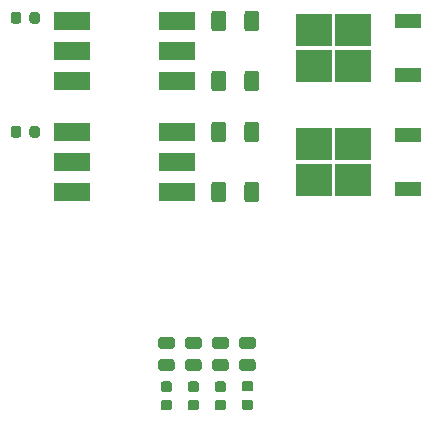
<source format=gbr>
G04 #@! TF.GenerationSoftware,KiCad,Pcbnew,5.1.5+dfsg1-2build2*
G04 #@! TF.CreationDate,2020-08-23T11:23:10+01:00*
G04 #@! TF.ProjectId,psoc6_beacon_gateway,70736f63-365f-4626-9561-636f6e5f6761,rev?*
G04 #@! TF.SameCoordinates,Original*
G04 #@! TF.FileFunction,Paste,Top*
G04 #@! TF.FilePolarity,Positive*
%FSLAX46Y46*%
G04 Gerber Fmt 4.6, Leading zero omitted, Abs format (unit mm)*
G04 Created by KiCad (PCBNEW 5.1.5+dfsg1-2build2) date 2020-08-23 11:23:10*
%MOMM*%
%LPD*%
G04 APERTURE LIST*
%ADD10R,3.050000X2.750000*%
%ADD11R,2.200000X1.200000*%
%ADD12R,3.100000X1.600000*%
%ADD13C,0.100000*%
G04 APERTURE END LIST*
D10*
X-39033000Y-2285000D03*
X-42383000Y-5335000D03*
X-39033000Y-5335000D03*
X-42383000Y-2285000D03*
D11*
X-34408000Y-1530000D03*
X-34408000Y-6090000D03*
D10*
X-39033000Y-11936000D03*
X-42383000Y-14986000D03*
X-39033000Y-14986000D03*
X-42383000Y-11936000D03*
D11*
X-34408000Y-11181000D03*
X-34408000Y-15741000D03*
D12*
X-53975000Y-1524000D03*
X-62865000Y-6604000D03*
X-53975000Y-4064000D03*
X-62865000Y-4064000D03*
X-53975000Y-6604000D03*
X-62865000Y-1524000D03*
X-53975000Y-10922000D03*
X-62865000Y-16002000D03*
X-53975000Y-13462000D03*
X-62865000Y-13462000D03*
X-53975000Y-16002000D03*
X-62865000Y-10922000D03*
D13*
G36*
X-50022496Y-5730204D02*
G01*
X-49998227Y-5733804D01*
X-49974429Y-5739765D01*
X-49951329Y-5748030D01*
X-49929151Y-5758520D01*
X-49908107Y-5771133D01*
X-49888402Y-5785747D01*
X-49870223Y-5802223D01*
X-49853747Y-5820402D01*
X-49839133Y-5840107D01*
X-49826520Y-5861151D01*
X-49816030Y-5883329D01*
X-49807765Y-5906429D01*
X-49801804Y-5930227D01*
X-49798204Y-5954496D01*
X-49797000Y-5979000D01*
X-49797000Y-7229000D01*
X-49798204Y-7253504D01*
X-49801804Y-7277773D01*
X-49807765Y-7301571D01*
X-49816030Y-7324671D01*
X-49826520Y-7346849D01*
X-49839133Y-7367893D01*
X-49853747Y-7387598D01*
X-49870223Y-7405777D01*
X-49888402Y-7422253D01*
X-49908107Y-7436867D01*
X-49929151Y-7449480D01*
X-49951329Y-7459970D01*
X-49974429Y-7468235D01*
X-49998227Y-7474196D01*
X-50022496Y-7477796D01*
X-50047000Y-7479000D01*
X-50797000Y-7479000D01*
X-50821504Y-7477796D01*
X-50845773Y-7474196D01*
X-50869571Y-7468235D01*
X-50892671Y-7459970D01*
X-50914849Y-7449480D01*
X-50935893Y-7436867D01*
X-50955598Y-7422253D01*
X-50973777Y-7405777D01*
X-50990253Y-7387598D01*
X-51004867Y-7367893D01*
X-51017480Y-7346849D01*
X-51027970Y-7324671D01*
X-51036235Y-7301571D01*
X-51042196Y-7277773D01*
X-51045796Y-7253504D01*
X-51047000Y-7229000D01*
X-51047000Y-5979000D01*
X-51045796Y-5954496D01*
X-51042196Y-5930227D01*
X-51036235Y-5906429D01*
X-51027970Y-5883329D01*
X-51017480Y-5861151D01*
X-51004867Y-5840107D01*
X-50990253Y-5820402D01*
X-50973777Y-5802223D01*
X-50955598Y-5785747D01*
X-50935893Y-5771133D01*
X-50914849Y-5758520D01*
X-50892671Y-5748030D01*
X-50869571Y-5739765D01*
X-50845773Y-5733804D01*
X-50821504Y-5730204D01*
X-50797000Y-5729000D01*
X-50047000Y-5729000D01*
X-50022496Y-5730204D01*
G37*
G36*
X-47222496Y-5730204D02*
G01*
X-47198227Y-5733804D01*
X-47174429Y-5739765D01*
X-47151329Y-5748030D01*
X-47129151Y-5758520D01*
X-47108107Y-5771133D01*
X-47088402Y-5785747D01*
X-47070223Y-5802223D01*
X-47053747Y-5820402D01*
X-47039133Y-5840107D01*
X-47026520Y-5861151D01*
X-47016030Y-5883329D01*
X-47007765Y-5906429D01*
X-47001804Y-5930227D01*
X-46998204Y-5954496D01*
X-46997000Y-5979000D01*
X-46997000Y-7229000D01*
X-46998204Y-7253504D01*
X-47001804Y-7277773D01*
X-47007765Y-7301571D01*
X-47016030Y-7324671D01*
X-47026520Y-7346849D01*
X-47039133Y-7367893D01*
X-47053747Y-7387598D01*
X-47070223Y-7405777D01*
X-47088402Y-7422253D01*
X-47108107Y-7436867D01*
X-47129151Y-7449480D01*
X-47151329Y-7459970D01*
X-47174429Y-7468235D01*
X-47198227Y-7474196D01*
X-47222496Y-7477796D01*
X-47247000Y-7479000D01*
X-47997000Y-7479000D01*
X-48021504Y-7477796D01*
X-48045773Y-7474196D01*
X-48069571Y-7468235D01*
X-48092671Y-7459970D01*
X-48114849Y-7449480D01*
X-48135893Y-7436867D01*
X-48155598Y-7422253D01*
X-48173777Y-7405777D01*
X-48190253Y-7387598D01*
X-48204867Y-7367893D01*
X-48217480Y-7346849D01*
X-48227970Y-7324671D01*
X-48236235Y-7301571D01*
X-48242196Y-7277773D01*
X-48245796Y-7253504D01*
X-48247000Y-7229000D01*
X-48247000Y-5979000D01*
X-48245796Y-5954496D01*
X-48242196Y-5930227D01*
X-48236235Y-5906429D01*
X-48227970Y-5883329D01*
X-48217480Y-5861151D01*
X-48204867Y-5840107D01*
X-48190253Y-5820402D01*
X-48173777Y-5802223D01*
X-48155598Y-5785747D01*
X-48135893Y-5771133D01*
X-48114849Y-5758520D01*
X-48092671Y-5748030D01*
X-48069571Y-5739765D01*
X-48045773Y-5733804D01*
X-48021504Y-5730204D01*
X-47997000Y-5729000D01*
X-47247000Y-5729000D01*
X-47222496Y-5730204D01*
G37*
G36*
X-50022496Y-650204D02*
G01*
X-49998227Y-653804D01*
X-49974429Y-659765D01*
X-49951329Y-668030D01*
X-49929151Y-678520D01*
X-49908107Y-691133D01*
X-49888402Y-705747D01*
X-49870223Y-722223D01*
X-49853747Y-740402D01*
X-49839133Y-760107D01*
X-49826520Y-781151D01*
X-49816030Y-803329D01*
X-49807765Y-826429D01*
X-49801804Y-850227D01*
X-49798204Y-874496D01*
X-49797000Y-899000D01*
X-49797000Y-2149000D01*
X-49798204Y-2173504D01*
X-49801804Y-2197773D01*
X-49807765Y-2221571D01*
X-49816030Y-2244671D01*
X-49826520Y-2266849D01*
X-49839133Y-2287893D01*
X-49853747Y-2307598D01*
X-49870223Y-2325777D01*
X-49888402Y-2342253D01*
X-49908107Y-2356867D01*
X-49929151Y-2369480D01*
X-49951329Y-2379970D01*
X-49974429Y-2388235D01*
X-49998227Y-2394196D01*
X-50022496Y-2397796D01*
X-50047000Y-2399000D01*
X-50797000Y-2399000D01*
X-50821504Y-2397796D01*
X-50845773Y-2394196D01*
X-50869571Y-2388235D01*
X-50892671Y-2379970D01*
X-50914849Y-2369480D01*
X-50935893Y-2356867D01*
X-50955598Y-2342253D01*
X-50973777Y-2325777D01*
X-50990253Y-2307598D01*
X-51004867Y-2287893D01*
X-51017480Y-2266849D01*
X-51027970Y-2244671D01*
X-51036235Y-2221571D01*
X-51042196Y-2197773D01*
X-51045796Y-2173504D01*
X-51047000Y-2149000D01*
X-51047000Y-899000D01*
X-51045796Y-874496D01*
X-51042196Y-850227D01*
X-51036235Y-826429D01*
X-51027970Y-803329D01*
X-51017480Y-781151D01*
X-51004867Y-760107D01*
X-50990253Y-740402D01*
X-50973777Y-722223D01*
X-50955598Y-705747D01*
X-50935893Y-691133D01*
X-50914849Y-678520D01*
X-50892671Y-668030D01*
X-50869571Y-659765D01*
X-50845773Y-653804D01*
X-50821504Y-650204D01*
X-50797000Y-649000D01*
X-50047000Y-649000D01*
X-50022496Y-650204D01*
G37*
G36*
X-47222496Y-650204D02*
G01*
X-47198227Y-653804D01*
X-47174429Y-659765D01*
X-47151329Y-668030D01*
X-47129151Y-678520D01*
X-47108107Y-691133D01*
X-47088402Y-705747D01*
X-47070223Y-722223D01*
X-47053747Y-740402D01*
X-47039133Y-760107D01*
X-47026520Y-781151D01*
X-47016030Y-803329D01*
X-47007765Y-826429D01*
X-47001804Y-850227D01*
X-46998204Y-874496D01*
X-46997000Y-899000D01*
X-46997000Y-2149000D01*
X-46998204Y-2173504D01*
X-47001804Y-2197773D01*
X-47007765Y-2221571D01*
X-47016030Y-2244671D01*
X-47026520Y-2266849D01*
X-47039133Y-2287893D01*
X-47053747Y-2307598D01*
X-47070223Y-2325777D01*
X-47088402Y-2342253D01*
X-47108107Y-2356867D01*
X-47129151Y-2369480D01*
X-47151329Y-2379970D01*
X-47174429Y-2388235D01*
X-47198227Y-2394196D01*
X-47222496Y-2397796D01*
X-47247000Y-2399000D01*
X-47997000Y-2399000D01*
X-48021504Y-2397796D01*
X-48045773Y-2394196D01*
X-48069571Y-2388235D01*
X-48092671Y-2379970D01*
X-48114849Y-2369480D01*
X-48135893Y-2356867D01*
X-48155598Y-2342253D01*
X-48173777Y-2325777D01*
X-48190253Y-2307598D01*
X-48204867Y-2287893D01*
X-48217480Y-2266849D01*
X-48227970Y-2244671D01*
X-48236235Y-2221571D01*
X-48242196Y-2197773D01*
X-48245796Y-2173504D01*
X-48247000Y-2149000D01*
X-48247000Y-899000D01*
X-48245796Y-874496D01*
X-48242196Y-850227D01*
X-48236235Y-826429D01*
X-48227970Y-803329D01*
X-48217480Y-781151D01*
X-48204867Y-760107D01*
X-48190253Y-740402D01*
X-48173777Y-722223D01*
X-48155598Y-705747D01*
X-48135893Y-691133D01*
X-48114849Y-678520D01*
X-48092671Y-668030D01*
X-48069571Y-659765D01*
X-48045773Y-653804D01*
X-48021504Y-650204D01*
X-47997000Y-649000D01*
X-47247000Y-649000D01*
X-47222496Y-650204D01*
G37*
G36*
X-50022496Y-15128204D02*
G01*
X-49998227Y-15131804D01*
X-49974429Y-15137765D01*
X-49951329Y-15146030D01*
X-49929151Y-15156520D01*
X-49908107Y-15169133D01*
X-49888402Y-15183747D01*
X-49870223Y-15200223D01*
X-49853747Y-15218402D01*
X-49839133Y-15238107D01*
X-49826520Y-15259151D01*
X-49816030Y-15281329D01*
X-49807765Y-15304429D01*
X-49801804Y-15328227D01*
X-49798204Y-15352496D01*
X-49797000Y-15377000D01*
X-49797000Y-16627000D01*
X-49798204Y-16651504D01*
X-49801804Y-16675773D01*
X-49807765Y-16699571D01*
X-49816030Y-16722671D01*
X-49826520Y-16744849D01*
X-49839133Y-16765893D01*
X-49853747Y-16785598D01*
X-49870223Y-16803777D01*
X-49888402Y-16820253D01*
X-49908107Y-16834867D01*
X-49929151Y-16847480D01*
X-49951329Y-16857970D01*
X-49974429Y-16866235D01*
X-49998227Y-16872196D01*
X-50022496Y-16875796D01*
X-50047000Y-16877000D01*
X-50797000Y-16877000D01*
X-50821504Y-16875796D01*
X-50845773Y-16872196D01*
X-50869571Y-16866235D01*
X-50892671Y-16857970D01*
X-50914849Y-16847480D01*
X-50935893Y-16834867D01*
X-50955598Y-16820253D01*
X-50973777Y-16803777D01*
X-50990253Y-16785598D01*
X-51004867Y-16765893D01*
X-51017480Y-16744849D01*
X-51027970Y-16722671D01*
X-51036235Y-16699571D01*
X-51042196Y-16675773D01*
X-51045796Y-16651504D01*
X-51047000Y-16627000D01*
X-51047000Y-15377000D01*
X-51045796Y-15352496D01*
X-51042196Y-15328227D01*
X-51036235Y-15304429D01*
X-51027970Y-15281329D01*
X-51017480Y-15259151D01*
X-51004867Y-15238107D01*
X-50990253Y-15218402D01*
X-50973777Y-15200223D01*
X-50955598Y-15183747D01*
X-50935893Y-15169133D01*
X-50914849Y-15156520D01*
X-50892671Y-15146030D01*
X-50869571Y-15137765D01*
X-50845773Y-15131804D01*
X-50821504Y-15128204D01*
X-50797000Y-15127000D01*
X-50047000Y-15127000D01*
X-50022496Y-15128204D01*
G37*
G36*
X-47222496Y-15128204D02*
G01*
X-47198227Y-15131804D01*
X-47174429Y-15137765D01*
X-47151329Y-15146030D01*
X-47129151Y-15156520D01*
X-47108107Y-15169133D01*
X-47088402Y-15183747D01*
X-47070223Y-15200223D01*
X-47053747Y-15218402D01*
X-47039133Y-15238107D01*
X-47026520Y-15259151D01*
X-47016030Y-15281329D01*
X-47007765Y-15304429D01*
X-47001804Y-15328227D01*
X-46998204Y-15352496D01*
X-46997000Y-15377000D01*
X-46997000Y-16627000D01*
X-46998204Y-16651504D01*
X-47001804Y-16675773D01*
X-47007765Y-16699571D01*
X-47016030Y-16722671D01*
X-47026520Y-16744849D01*
X-47039133Y-16765893D01*
X-47053747Y-16785598D01*
X-47070223Y-16803777D01*
X-47088402Y-16820253D01*
X-47108107Y-16834867D01*
X-47129151Y-16847480D01*
X-47151329Y-16857970D01*
X-47174429Y-16866235D01*
X-47198227Y-16872196D01*
X-47222496Y-16875796D01*
X-47247000Y-16877000D01*
X-47997000Y-16877000D01*
X-48021504Y-16875796D01*
X-48045773Y-16872196D01*
X-48069571Y-16866235D01*
X-48092671Y-16857970D01*
X-48114849Y-16847480D01*
X-48135893Y-16834867D01*
X-48155598Y-16820253D01*
X-48173777Y-16803777D01*
X-48190253Y-16785598D01*
X-48204867Y-16765893D01*
X-48217480Y-16744849D01*
X-48227970Y-16722671D01*
X-48236235Y-16699571D01*
X-48242196Y-16675773D01*
X-48245796Y-16651504D01*
X-48247000Y-16627000D01*
X-48247000Y-15377000D01*
X-48245796Y-15352496D01*
X-48242196Y-15328227D01*
X-48236235Y-15304429D01*
X-48227970Y-15281329D01*
X-48217480Y-15259151D01*
X-48204867Y-15238107D01*
X-48190253Y-15218402D01*
X-48173777Y-15200223D01*
X-48155598Y-15183747D01*
X-48135893Y-15169133D01*
X-48114849Y-15156520D01*
X-48092671Y-15146030D01*
X-48069571Y-15137765D01*
X-48045773Y-15131804D01*
X-48021504Y-15128204D01*
X-47997000Y-15127000D01*
X-47247000Y-15127000D01*
X-47222496Y-15128204D01*
G37*
G36*
X-50022496Y-10048204D02*
G01*
X-49998227Y-10051804D01*
X-49974429Y-10057765D01*
X-49951329Y-10066030D01*
X-49929151Y-10076520D01*
X-49908107Y-10089133D01*
X-49888402Y-10103747D01*
X-49870223Y-10120223D01*
X-49853747Y-10138402D01*
X-49839133Y-10158107D01*
X-49826520Y-10179151D01*
X-49816030Y-10201329D01*
X-49807765Y-10224429D01*
X-49801804Y-10248227D01*
X-49798204Y-10272496D01*
X-49797000Y-10297000D01*
X-49797000Y-11547000D01*
X-49798204Y-11571504D01*
X-49801804Y-11595773D01*
X-49807765Y-11619571D01*
X-49816030Y-11642671D01*
X-49826520Y-11664849D01*
X-49839133Y-11685893D01*
X-49853747Y-11705598D01*
X-49870223Y-11723777D01*
X-49888402Y-11740253D01*
X-49908107Y-11754867D01*
X-49929151Y-11767480D01*
X-49951329Y-11777970D01*
X-49974429Y-11786235D01*
X-49998227Y-11792196D01*
X-50022496Y-11795796D01*
X-50047000Y-11797000D01*
X-50797000Y-11797000D01*
X-50821504Y-11795796D01*
X-50845773Y-11792196D01*
X-50869571Y-11786235D01*
X-50892671Y-11777970D01*
X-50914849Y-11767480D01*
X-50935893Y-11754867D01*
X-50955598Y-11740253D01*
X-50973777Y-11723777D01*
X-50990253Y-11705598D01*
X-51004867Y-11685893D01*
X-51017480Y-11664849D01*
X-51027970Y-11642671D01*
X-51036235Y-11619571D01*
X-51042196Y-11595773D01*
X-51045796Y-11571504D01*
X-51047000Y-11547000D01*
X-51047000Y-10297000D01*
X-51045796Y-10272496D01*
X-51042196Y-10248227D01*
X-51036235Y-10224429D01*
X-51027970Y-10201329D01*
X-51017480Y-10179151D01*
X-51004867Y-10158107D01*
X-50990253Y-10138402D01*
X-50973777Y-10120223D01*
X-50955598Y-10103747D01*
X-50935893Y-10089133D01*
X-50914849Y-10076520D01*
X-50892671Y-10066030D01*
X-50869571Y-10057765D01*
X-50845773Y-10051804D01*
X-50821504Y-10048204D01*
X-50797000Y-10047000D01*
X-50047000Y-10047000D01*
X-50022496Y-10048204D01*
G37*
G36*
X-47222496Y-10048204D02*
G01*
X-47198227Y-10051804D01*
X-47174429Y-10057765D01*
X-47151329Y-10066030D01*
X-47129151Y-10076520D01*
X-47108107Y-10089133D01*
X-47088402Y-10103747D01*
X-47070223Y-10120223D01*
X-47053747Y-10138402D01*
X-47039133Y-10158107D01*
X-47026520Y-10179151D01*
X-47016030Y-10201329D01*
X-47007765Y-10224429D01*
X-47001804Y-10248227D01*
X-46998204Y-10272496D01*
X-46997000Y-10297000D01*
X-46997000Y-11547000D01*
X-46998204Y-11571504D01*
X-47001804Y-11595773D01*
X-47007765Y-11619571D01*
X-47016030Y-11642671D01*
X-47026520Y-11664849D01*
X-47039133Y-11685893D01*
X-47053747Y-11705598D01*
X-47070223Y-11723777D01*
X-47088402Y-11740253D01*
X-47108107Y-11754867D01*
X-47129151Y-11767480D01*
X-47151329Y-11777970D01*
X-47174429Y-11786235D01*
X-47198227Y-11792196D01*
X-47222496Y-11795796D01*
X-47247000Y-11797000D01*
X-47997000Y-11797000D01*
X-48021504Y-11795796D01*
X-48045773Y-11792196D01*
X-48069571Y-11786235D01*
X-48092671Y-11777970D01*
X-48114849Y-11767480D01*
X-48135893Y-11754867D01*
X-48155598Y-11740253D01*
X-48173777Y-11723777D01*
X-48190253Y-11705598D01*
X-48204867Y-11685893D01*
X-48217480Y-11664849D01*
X-48227970Y-11642671D01*
X-48236235Y-11619571D01*
X-48242196Y-11595773D01*
X-48245796Y-11571504D01*
X-48247000Y-11547000D01*
X-48247000Y-10297000D01*
X-48245796Y-10272496D01*
X-48242196Y-10248227D01*
X-48236235Y-10224429D01*
X-48227970Y-10201329D01*
X-48217480Y-10179151D01*
X-48204867Y-10158107D01*
X-48190253Y-10138402D01*
X-48173777Y-10120223D01*
X-48155598Y-10103747D01*
X-48135893Y-10089133D01*
X-48114849Y-10076520D01*
X-48092671Y-10066030D01*
X-48069571Y-10057765D01*
X-48045773Y-10051804D01*
X-48021504Y-10048204D01*
X-47997000Y-10047000D01*
X-47247000Y-10047000D01*
X-47222496Y-10048204D01*
G37*
G36*
X-67349309Y-796053D02*
G01*
X-67328074Y-799203D01*
X-67307250Y-804419D01*
X-67287038Y-811651D01*
X-67267632Y-820830D01*
X-67249219Y-831866D01*
X-67231976Y-844654D01*
X-67216070Y-859070D01*
X-67201654Y-874976D01*
X-67188866Y-892219D01*
X-67177830Y-910632D01*
X-67168651Y-930038D01*
X-67161419Y-950250D01*
X-67156203Y-971074D01*
X-67153053Y-992309D01*
X-67152000Y-1013750D01*
X-67152000Y-1526250D01*
X-67153053Y-1547691D01*
X-67156203Y-1568926D01*
X-67161419Y-1589750D01*
X-67168651Y-1609962D01*
X-67177830Y-1629368D01*
X-67188866Y-1647781D01*
X-67201654Y-1665024D01*
X-67216070Y-1680930D01*
X-67231976Y-1695346D01*
X-67249219Y-1708134D01*
X-67267632Y-1719170D01*
X-67287038Y-1728349D01*
X-67307250Y-1735581D01*
X-67328074Y-1740797D01*
X-67349309Y-1743947D01*
X-67370750Y-1745000D01*
X-67808250Y-1745000D01*
X-67829691Y-1743947D01*
X-67850926Y-1740797D01*
X-67871750Y-1735581D01*
X-67891962Y-1728349D01*
X-67911368Y-1719170D01*
X-67929781Y-1708134D01*
X-67947024Y-1695346D01*
X-67962930Y-1680930D01*
X-67977346Y-1665024D01*
X-67990134Y-1647781D01*
X-68001170Y-1629368D01*
X-68010349Y-1609962D01*
X-68017581Y-1589750D01*
X-68022797Y-1568926D01*
X-68025947Y-1547691D01*
X-68027000Y-1526250D01*
X-68027000Y-1013750D01*
X-68025947Y-992309D01*
X-68022797Y-971074D01*
X-68017581Y-950250D01*
X-68010349Y-930038D01*
X-68001170Y-910632D01*
X-67990134Y-892219D01*
X-67977346Y-874976D01*
X-67962930Y-859070D01*
X-67947024Y-844654D01*
X-67929781Y-831866D01*
X-67911368Y-820830D01*
X-67891962Y-811651D01*
X-67871750Y-804419D01*
X-67850926Y-799203D01*
X-67829691Y-796053D01*
X-67808250Y-795000D01*
X-67370750Y-795000D01*
X-67349309Y-796053D01*
G37*
G36*
X-65774309Y-796053D02*
G01*
X-65753074Y-799203D01*
X-65732250Y-804419D01*
X-65712038Y-811651D01*
X-65692632Y-820830D01*
X-65674219Y-831866D01*
X-65656976Y-844654D01*
X-65641070Y-859070D01*
X-65626654Y-874976D01*
X-65613866Y-892219D01*
X-65602830Y-910632D01*
X-65593651Y-930038D01*
X-65586419Y-950250D01*
X-65581203Y-971074D01*
X-65578053Y-992309D01*
X-65577000Y-1013750D01*
X-65577000Y-1526250D01*
X-65578053Y-1547691D01*
X-65581203Y-1568926D01*
X-65586419Y-1589750D01*
X-65593651Y-1609962D01*
X-65602830Y-1629368D01*
X-65613866Y-1647781D01*
X-65626654Y-1665024D01*
X-65641070Y-1680930D01*
X-65656976Y-1695346D01*
X-65674219Y-1708134D01*
X-65692632Y-1719170D01*
X-65712038Y-1728349D01*
X-65732250Y-1735581D01*
X-65753074Y-1740797D01*
X-65774309Y-1743947D01*
X-65795750Y-1745000D01*
X-66233250Y-1745000D01*
X-66254691Y-1743947D01*
X-66275926Y-1740797D01*
X-66296750Y-1735581D01*
X-66316962Y-1728349D01*
X-66336368Y-1719170D01*
X-66354781Y-1708134D01*
X-66372024Y-1695346D01*
X-66387930Y-1680930D01*
X-66402346Y-1665024D01*
X-66415134Y-1647781D01*
X-66426170Y-1629368D01*
X-66435349Y-1609962D01*
X-66442581Y-1589750D01*
X-66447797Y-1568926D01*
X-66450947Y-1547691D01*
X-66452000Y-1526250D01*
X-66452000Y-1013750D01*
X-66450947Y-992309D01*
X-66447797Y-971074D01*
X-66442581Y-950250D01*
X-66435349Y-930038D01*
X-66426170Y-910632D01*
X-66415134Y-892219D01*
X-66402346Y-874976D01*
X-66387930Y-859070D01*
X-66372024Y-844654D01*
X-66354781Y-831866D01*
X-66336368Y-820830D01*
X-66316962Y-811651D01*
X-66296750Y-804419D01*
X-66275926Y-799203D01*
X-66254691Y-796053D01*
X-66233250Y-795000D01*
X-65795750Y-795000D01*
X-65774309Y-796053D01*
G37*
G36*
X-67349309Y-10448053D02*
G01*
X-67328074Y-10451203D01*
X-67307250Y-10456419D01*
X-67287038Y-10463651D01*
X-67267632Y-10472830D01*
X-67249219Y-10483866D01*
X-67231976Y-10496654D01*
X-67216070Y-10511070D01*
X-67201654Y-10526976D01*
X-67188866Y-10544219D01*
X-67177830Y-10562632D01*
X-67168651Y-10582038D01*
X-67161419Y-10602250D01*
X-67156203Y-10623074D01*
X-67153053Y-10644309D01*
X-67152000Y-10665750D01*
X-67152000Y-11178250D01*
X-67153053Y-11199691D01*
X-67156203Y-11220926D01*
X-67161419Y-11241750D01*
X-67168651Y-11261962D01*
X-67177830Y-11281368D01*
X-67188866Y-11299781D01*
X-67201654Y-11317024D01*
X-67216070Y-11332930D01*
X-67231976Y-11347346D01*
X-67249219Y-11360134D01*
X-67267632Y-11371170D01*
X-67287038Y-11380349D01*
X-67307250Y-11387581D01*
X-67328074Y-11392797D01*
X-67349309Y-11395947D01*
X-67370750Y-11397000D01*
X-67808250Y-11397000D01*
X-67829691Y-11395947D01*
X-67850926Y-11392797D01*
X-67871750Y-11387581D01*
X-67891962Y-11380349D01*
X-67911368Y-11371170D01*
X-67929781Y-11360134D01*
X-67947024Y-11347346D01*
X-67962930Y-11332930D01*
X-67977346Y-11317024D01*
X-67990134Y-11299781D01*
X-68001170Y-11281368D01*
X-68010349Y-11261962D01*
X-68017581Y-11241750D01*
X-68022797Y-11220926D01*
X-68025947Y-11199691D01*
X-68027000Y-11178250D01*
X-68027000Y-10665750D01*
X-68025947Y-10644309D01*
X-68022797Y-10623074D01*
X-68017581Y-10602250D01*
X-68010349Y-10582038D01*
X-68001170Y-10562632D01*
X-67990134Y-10544219D01*
X-67977346Y-10526976D01*
X-67962930Y-10511070D01*
X-67947024Y-10496654D01*
X-67929781Y-10483866D01*
X-67911368Y-10472830D01*
X-67891962Y-10463651D01*
X-67871750Y-10456419D01*
X-67850926Y-10451203D01*
X-67829691Y-10448053D01*
X-67808250Y-10447000D01*
X-67370750Y-10447000D01*
X-67349309Y-10448053D01*
G37*
G36*
X-65774309Y-10448053D02*
G01*
X-65753074Y-10451203D01*
X-65732250Y-10456419D01*
X-65712038Y-10463651D01*
X-65692632Y-10472830D01*
X-65674219Y-10483866D01*
X-65656976Y-10496654D01*
X-65641070Y-10511070D01*
X-65626654Y-10526976D01*
X-65613866Y-10544219D01*
X-65602830Y-10562632D01*
X-65593651Y-10582038D01*
X-65586419Y-10602250D01*
X-65581203Y-10623074D01*
X-65578053Y-10644309D01*
X-65577000Y-10665750D01*
X-65577000Y-11178250D01*
X-65578053Y-11199691D01*
X-65581203Y-11220926D01*
X-65586419Y-11241750D01*
X-65593651Y-11261962D01*
X-65602830Y-11281368D01*
X-65613866Y-11299781D01*
X-65626654Y-11317024D01*
X-65641070Y-11332930D01*
X-65656976Y-11347346D01*
X-65674219Y-11360134D01*
X-65692632Y-11371170D01*
X-65712038Y-11380349D01*
X-65732250Y-11387581D01*
X-65753074Y-11392797D01*
X-65774309Y-11395947D01*
X-65795750Y-11397000D01*
X-66233250Y-11397000D01*
X-66254691Y-11395947D01*
X-66275926Y-11392797D01*
X-66296750Y-11387581D01*
X-66316962Y-11380349D01*
X-66336368Y-11371170D01*
X-66354781Y-11360134D01*
X-66372024Y-11347346D01*
X-66387930Y-11332930D01*
X-66402346Y-11317024D01*
X-66415134Y-11299781D01*
X-66426170Y-11281368D01*
X-66435349Y-11261962D01*
X-66442581Y-11241750D01*
X-66447797Y-11220926D01*
X-66450947Y-11199691D01*
X-66452000Y-11178250D01*
X-66452000Y-10665750D01*
X-66450947Y-10644309D01*
X-66447797Y-10623074D01*
X-66442581Y-10602250D01*
X-66435349Y-10582038D01*
X-66426170Y-10562632D01*
X-66415134Y-10544219D01*
X-66402346Y-10526976D01*
X-66387930Y-10511070D01*
X-66372024Y-10496654D01*
X-66354781Y-10483866D01*
X-66336368Y-10472830D01*
X-66316962Y-10463651D01*
X-66296750Y-10456419D01*
X-66275926Y-10451203D01*
X-66254691Y-10448053D01*
X-66233250Y-10447000D01*
X-65795750Y-10447000D01*
X-65774309Y-10448053D01*
G37*
G36*
X-54586309Y-33625053D02*
G01*
X-54565074Y-33628203D01*
X-54544250Y-33633419D01*
X-54524038Y-33640651D01*
X-54504632Y-33649830D01*
X-54486219Y-33660866D01*
X-54468976Y-33673654D01*
X-54453070Y-33688070D01*
X-54438654Y-33703976D01*
X-54425866Y-33721219D01*
X-54414830Y-33739632D01*
X-54405651Y-33759038D01*
X-54398419Y-33779250D01*
X-54393203Y-33800074D01*
X-54390053Y-33821309D01*
X-54389000Y-33842750D01*
X-54389000Y-34280250D01*
X-54390053Y-34301691D01*
X-54393203Y-34322926D01*
X-54398419Y-34343750D01*
X-54405651Y-34363962D01*
X-54414830Y-34383368D01*
X-54425866Y-34401781D01*
X-54438654Y-34419024D01*
X-54453070Y-34434930D01*
X-54468976Y-34449346D01*
X-54486219Y-34462134D01*
X-54504632Y-34473170D01*
X-54524038Y-34482349D01*
X-54544250Y-34489581D01*
X-54565074Y-34494797D01*
X-54586309Y-34497947D01*
X-54607750Y-34499000D01*
X-55120250Y-34499000D01*
X-55141691Y-34497947D01*
X-55162926Y-34494797D01*
X-55183750Y-34489581D01*
X-55203962Y-34482349D01*
X-55223368Y-34473170D01*
X-55241781Y-34462134D01*
X-55259024Y-34449346D01*
X-55274930Y-34434930D01*
X-55289346Y-34419024D01*
X-55302134Y-34401781D01*
X-55313170Y-34383368D01*
X-55322349Y-34363962D01*
X-55329581Y-34343750D01*
X-55334797Y-34322926D01*
X-55337947Y-34301691D01*
X-55339000Y-34280250D01*
X-55339000Y-33842750D01*
X-55337947Y-33821309D01*
X-55334797Y-33800074D01*
X-55329581Y-33779250D01*
X-55322349Y-33759038D01*
X-55313170Y-33739632D01*
X-55302134Y-33721219D01*
X-55289346Y-33703976D01*
X-55274930Y-33688070D01*
X-55259024Y-33673654D01*
X-55241781Y-33660866D01*
X-55223368Y-33649830D01*
X-55203962Y-33640651D01*
X-55183750Y-33633419D01*
X-55162926Y-33628203D01*
X-55141691Y-33625053D01*
X-55120250Y-33624000D01*
X-54607750Y-33624000D01*
X-54586309Y-33625053D01*
G37*
G36*
X-54586309Y-32050053D02*
G01*
X-54565074Y-32053203D01*
X-54544250Y-32058419D01*
X-54524038Y-32065651D01*
X-54504632Y-32074830D01*
X-54486219Y-32085866D01*
X-54468976Y-32098654D01*
X-54453070Y-32113070D01*
X-54438654Y-32128976D01*
X-54425866Y-32146219D01*
X-54414830Y-32164632D01*
X-54405651Y-32184038D01*
X-54398419Y-32204250D01*
X-54393203Y-32225074D01*
X-54390053Y-32246309D01*
X-54389000Y-32267750D01*
X-54389000Y-32705250D01*
X-54390053Y-32726691D01*
X-54393203Y-32747926D01*
X-54398419Y-32768750D01*
X-54405651Y-32788962D01*
X-54414830Y-32808368D01*
X-54425866Y-32826781D01*
X-54438654Y-32844024D01*
X-54453070Y-32859930D01*
X-54468976Y-32874346D01*
X-54486219Y-32887134D01*
X-54504632Y-32898170D01*
X-54524038Y-32907349D01*
X-54544250Y-32914581D01*
X-54565074Y-32919797D01*
X-54586309Y-32922947D01*
X-54607750Y-32924000D01*
X-55120250Y-32924000D01*
X-55141691Y-32922947D01*
X-55162926Y-32919797D01*
X-55183750Y-32914581D01*
X-55203962Y-32907349D01*
X-55223368Y-32898170D01*
X-55241781Y-32887134D01*
X-55259024Y-32874346D01*
X-55274930Y-32859930D01*
X-55289346Y-32844024D01*
X-55302134Y-32826781D01*
X-55313170Y-32808368D01*
X-55322349Y-32788962D01*
X-55329581Y-32768750D01*
X-55334797Y-32747926D01*
X-55337947Y-32726691D01*
X-55339000Y-32705250D01*
X-55339000Y-32267750D01*
X-55337947Y-32246309D01*
X-55334797Y-32225074D01*
X-55329581Y-32204250D01*
X-55322349Y-32184038D01*
X-55313170Y-32164632D01*
X-55302134Y-32146219D01*
X-55289346Y-32128976D01*
X-55274930Y-32113070D01*
X-55259024Y-32098654D01*
X-55241781Y-32085866D01*
X-55223368Y-32074830D01*
X-55203962Y-32065651D01*
X-55183750Y-32058419D01*
X-55162926Y-32053203D01*
X-55141691Y-32050053D01*
X-55120250Y-32049000D01*
X-54607750Y-32049000D01*
X-54586309Y-32050053D01*
G37*
G36*
X-52300309Y-33625053D02*
G01*
X-52279074Y-33628203D01*
X-52258250Y-33633419D01*
X-52238038Y-33640651D01*
X-52218632Y-33649830D01*
X-52200219Y-33660866D01*
X-52182976Y-33673654D01*
X-52167070Y-33688070D01*
X-52152654Y-33703976D01*
X-52139866Y-33721219D01*
X-52128830Y-33739632D01*
X-52119651Y-33759038D01*
X-52112419Y-33779250D01*
X-52107203Y-33800074D01*
X-52104053Y-33821309D01*
X-52103000Y-33842750D01*
X-52103000Y-34280250D01*
X-52104053Y-34301691D01*
X-52107203Y-34322926D01*
X-52112419Y-34343750D01*
X-52119651Y-34363962D01*
X-52128830Y-34383368D01*
X-52139866Y-34401781D01*
X-52152654Y-34419024D01*
X-52167070Y-34434930D01*
X-52182976Y-34449346D01*
X-52200219Y-34462134D01*
X-52218632Y-34473170D01*
X-52238038Y-34482349D01*
X-52258250Y-34489581D01*
X-52279074Y-34494797D01*
X-52300309Y-34497947D01*
X-52321750Y-34499000D01*
X-52834250Y-34499000D01*
X-52855691Y-34497947D01*
X-52876926Y-34494797D01*
X-52897750Y-34489581D01*
X-52917962Y-34482349D01*
X-52937368Y-34473170D01*
X-52955781Y-34462134D01*
X-52973024Y-34449346D01*
X-52988930Y-34434930D01*
X-53003346Y-34419024D01*
X-53016134Y-34401781D01*
X-53027170Y-34383368D01*
X-53036349Y-34363962D01*
X-53043581Y-34343750D01*
X-53048797Y-34322926D01*
X-53051947Y-34301691D01*
X-53053000Y-34280250D01*
X-53053000Y-33842750D01*
X-53051947Y-33821309D01*
X-53048797Y-33800074D01*
X-53043581Y-33779250D01*
X-53036349Y-33759038D01*
X-53027170Y-33739632D01*
X-53016134Y-33721219D01*
X-53003346Y-33703976D01*
X-52988930Y-33688070D01*
X-52973024Y-33673654D01*
X-52955781Y-33660866D01*
X-52937368Y-33649830D01*
X-52917962Y-33640651D01*
X-52897750Y-33633419D01*
X-52876926Y-33628203D01*
X-52855691Y-33625053D01*
X-52834250Y-33624000D01*
X-52321750Y-33624000D01*
X-52300309Y-33625053D01*
G37*
G36*
X-52300309Y-32050053D02*
G01*
X-52279074Y-32053203D01*
X-52258250Y-32058419D01*
X-52238038Y-32065651D01*
X-52218632Y-32074830D01*
X-52200219Y-32085866D01*
X-52182976Y-32098654D01*
X-52167070Y-32113070D01*
X-52152654Y-32128976D01*
X-52139866Y-32146219D01*
X-52128830Y-32164632D01*
X-52119651Y-32184038D01*
X-52112419Y-32204250D01*
X-52107203Y-32225074D01*
X-52104053Y-32246309D01*
X-52103000Y-32267750D01*
X-52103000Y-32705250D01*
X-52104053Y-32726691D01*
X-52107203Y-32747926D01*
X-52112419Y-32768750D01*
X-52119651Y-32788962D01*
X-52128830Y-32808368D01*
X-52139866Y-32826781D01*
X-52152654Y-32844024D01*
X-52167070Y-32859930D01*
X-52182976Y-32874346D01*
X-52200219Y-32887134D01*
X-52218632Y-32898170D01*
X-52238038Y-32907349D01*
X-52258250Y-32914581D01*
X-52279074Y-32919797D01*
X-52300309Y-32922947D01*
X-52321750Y-32924000D01*
X-52834250Y-32924000D01*
X-52855691Y-32922947D01*
X-52876926Y-32919797D01*
X-52897750Y-32914581D01*
X-52917962Y-32907349D01*
X-52937368Y-32898170D01*
X-52955781Y-32887134D01*
X-52973024Y-32874346D01*
X-52988930Y-32859930D01*
X-53003346Y-32844024D01*
X-53016134Y-32826781D01*
X-53027170Y-32808368D01*
X-53036349Y-32788962D01*
X-53043581Y-32768750D01*
X-53048797Y-32747926D01*
X-53051947Y-32726691D01*
X-53053000Y-32705250D01*
X-53053000Y-32267750D01*
X-53051947Y-32246309D01*
X-53048797Y-32225074D01*
X-53043581Y-32204250D01*
X-53036349Y-32184038D01*
X-53027170Y-32164632D01*
X-53016134Y-32146219D01*
X-53003346Y-32128976D01*
X-52988930Y-32113070D01*
X-52973024Y-32098654D01*
X-52955781Y-32085866D01*
X-52937368Y-32074830D01*
X-52917962Y-32065651D01*
X-52897750Y-32058419D01*
X-52876926Y-32053203D01*
X-52855691Y-32050053D01*
X-52834250Y-32049000D01*
X-52321750Y-32049000D01*
X-52300309Y-32050053D01*
G37*
G36*
X-50014309Y-33625053D02*
G01*
X-49993074Y-33628203D01*
X-49972250Y-33633419D01*
X-49952038Y-33640651D01*
X-49932632Y-33649830D01*
X-49914219Y-33660866D01*
X-49896976Y-33673654D01*
X-49881070Y-33688070D01*
X-49866654Y-33703976D01*
X-49853866Y-33721219D01*
X-49842830Y-33739632D01*
X-49833651Y-33759038D01*
X-49826419Y-33779250D01*
X-49821203Y-33800074D01*
X-49818053Y-33821309D01*
X-49817000Y-33842750D01*
X-49817000Y-34280250D01*
X-49818053Y-34301691D01*
X-49821203Y-34322926D01*
X-49826419Y-34343750D01*
X-49833651Y-34363962D01*
X-49842830Y-34383368D01*
X-49853866Y-34401781D01*
X-49866654Y-34419024D01*
X-49881070Y-34434930D01*
X-49896976Y-34449346D01*
X-49914219Y-34462134D01*
X-49932632Y-34473170D01*
X-49952038Y-34482349D01*
X-49972250Y-34489581D01*
X-49993074Y-34494797D01*
X-50014309Y-34497947D01*
X-50035750Y-34499000D01*
X-50548250Y-34499000D01*
X-50569691Y-34497947D01*
X-50590926Y-34494797D01*
X-50611750Y-34489581D01*
X-50631962Y-34482349D01*
X-50651368Y-34473170D01*
X-50669781Y-34462134D01*
X-50687024Y-34449346D01*
X-50702930Y-34434930D01*
X-50717346Y-34419024D01*
X-50730134Y-34401781D01*
X-50741170Y-34383368D01*
X-50750349Y-34363962D01*
X-50757581Y-34343750D01*
X-50762797Y-34322926D01*
X-50765947Y-34301691D01*
X-50767000Y-34280250D01*
X-50767000Y-33842750D01*
X-50765947Y-33821309D01*
X-50762797Y-33800074D01*
X-50757581Y-33779250D01*
X-50750349Y-33759038D01*
X-50741170Y-33739632D01*
X-50730134Y-33721219D01*
X-50717346Y-33703976D01*
X-50702930Y-33688070D01*
X-50687024Y-33673654D01*
X-50669781Y-33660866D01*
X-50651368Y-33649830D01*
X-50631962Y-33640651D01*
X-50611750Y-33633419D01*
X-50590926Y-33628203D01*
X-50569691Y-33625053D01*
X-50548250Y-33624000D01*
X-50035750Y-33624000D01*
X-50014309Y-33625053D01*
G37*
G36*
X-50014309Y-32050053D02*
G01*
X-49993074Y-32053203D01*
X-49972250Y-32058419D01*
X-49952038Y-32065651D01*
X-49932632Y-32074830D01*
X-49914219Y-32085866D01*
X-49896976Y-32098654D01*
X-49881070Y-32113070D01*
X-49866654Y-32128976D01*
X-49853866Y-32146219D01*
X-49842830Y-32164632D01*
X-49833651Y-32184038D01*
X-49826419Y-32204250D01*
X-49821203Y-32225074D01*
X-49818053Y-32246309D01*
X-49817000Y-32267750D01*
X-49817000Y-32705250D01*
X-49818053Y-32726691D01*
X-49821203Y-32747926D01*
X-49826419Y-32768750D01*
X-49833651Y-32788962D01*
X-49842830Y-32808368D01*
X-49853866Y-32826781D01*
X-49866654Y-32844024D01*
X-49881070Y-32859930D01*
X-49896976Y-32874346D01*
X-49914219Y-32887134D01*
X-49932632Y-32898170D01*
X-49952038Y-32907349D01*
X-49972250Y-32914581D01*
X-49993074Y-32919797D01*
X-50014309Y-32922947D01*
X-50035750Y-32924000D01*
X-50548250Y-32924000D01*
X-50569691Y-32922947D01*
X-50590926Y-32919797D01*
X-50611750Y-32914581D01*
X-50631962Y-32907349D01*
X-50651368Y-32898170D01*
X-50669781Y-32887134D01*
X-50687024Y-32874346D01*
X-50702930Y-32859930D01*
X-50717346Y-32844024D01*
X-50730134Y-32826781D01*
X-50741170Y-32808368D01*
X-50750349Y-32788962D01*
X-50757581Y-32768750D01*
X-50762797Y-32747926D01*
X-50765947Y-32726691D01*
X-50767000Y-32705250D01*
X-50767000Y-32267750D01*
X-50765947Y-32246309D01*
X-50762797Y-32225074D01*
X-50757581Y-32204250D01*
X-50750349Y-32184038D01*
X-50741170Y-32164632D01*
X-50730134Y-32146219D01*
X-50717346Y-32128976D01*
X-50702930Y-32113070D01*
X-50687024Y-32098654D01*
X-50669781Y-32085866D01*
X-50651368Y-32074830D01*
X-50631962Y-32065651D01*
X-50611750Y-32058419D01*
X-50590926Y-32053203D01*
X-50569691Y-32050053D01*
X-50548250Y-32049000D01*
X-50035750Y-32049000D01*
X-50014309Y-32050053D01*
G37*
G36*
X-47728309Y-33599553D02*
G01*
X-47707074Y-33602703D01*
X-47686250Y-33607919D01*
X-47666038Y-33615151D01*
X-47646632Y-33624330D01*
X-47628219Y-33635366D01*
X-47610976Y-33648154D01*
X-47595070Y-33662570D01*
X-47580654Y-33678476D01*
X-47567866Y-33695719D01*
X-47556830Y-33714132D01*
X-47547651Y-33733538D01*
X-47540419Y-33753750D01*
X-47535203Y-33774574D01*
X-47532053Y-33795809D01*
X-47531000Y-33817250D01*
X-47531000Y-34254750D01*
X-47532053Y-34276191D01*
X-47535203Y-34297426D01*
X-47540419Y-34318250D01*
X-47547651Y-34338462D01*
X-47556830Y-34357868D01*
X-47567866Y-34376281D01*
X-47580654Y-34393524D01*
X-47595070Y-34409430D01*
X-47610976Y-34423846D01*
X-47628219Y-34436634D01*
X-47646632Y-34447670D01*
X-47666038Y-34456849D01*
X-47686250Y-34464081D01*
X-47707074Y-34469297D01*
X-47728309Y-34472447D01*
X-47749750Y-34473500D01*
X-48262250Y-34473500D01*
X-48283691Y-34472447D01*
X-48304926Y-34469297D01*
X-48325750Y-34464081D01*
X-48345962Y-34456849D01*
X-48365368Y-34447670D01*
X-48383781Y-34436634D01*
X-48401024Y-34423846D01*
X-48416930Y-34409430D01*
X-48431346Y-34393524D01*
X-48444134Y-34376281D01*
X-48455170Y-34357868D01*
X-48464349Y-34338462D01*
X-48471581Y-34318250D01*
X-48476797Y-34297426D01*
X-48479947Y-34276191D01*
X-48481000Y-34254750D01*
X-48481000Y-33817250D01*
X-48479947Y-33795809D01*
X-48476797Y-33774574D01*
X-48471581Y-33753750D01*
X-48464349Y-33733538D01*
X-48455170Y-33714132D01*
X-48444134Y-33695719D01*
X-48431346Y-33678476D01*
X-48416930Y-33662570D01*
X-48401024Y-33648154D01*
X-48383781Y-33635366D01*
X-48365368Y-33624330D01*
X-48345962Y-33615151D01*
X-48325750Y-33607919D01*
X-48304926Y-33602703D01*
X-48283691Y-33599553D01*
X-48262250Y-33598500D01*
X-47749750Y-33598500D01*
X-47728309Y-33599553D01*
G37*
G36*
X-47728309Y-32024553D02*
G01*
X-47707074Y-32027703D01*
X-47686250Y-32032919D01*
X-47666038Y-32040151D01*
X-47646632Y-32049330D01*
X-47628219Y-32060366D01*
X-47610976Y-32073154D01*
X-47595070Y-32087570D01*
X-47580654Y-32103476D01*
X-47567866Y-32120719D01*
X-47556830Y-32139132D01*
X-47547651Y-32158538D01*
X-47540419Y-32178750D01*
X-47535203Y-32199574D01*
X-47532053Y-32220809D01*
X-47531000Y-32242250D01*
X-47531000Y-32679750D01*
X-47532053Y-32701191D01*
X-47535203Y-32722426D01*
X-47540419Y-32743250D01*
X-47547651Y-32763462D01*
X-47556830Y-32782868D01*
X-47567866Y-32801281D01*
X-47580654Y-32818524D01*
X-47595070Y-32834430D01*
X-47610976Y-32848846D01*
X-47628219Y-32861634D01*
X-47646632Y-32872670D01*
X-47666038Y-32881849D01*
X-47686250Y-32889081D01*
X-47707074Y-32894297D01*
X-47728309Y-32897447D01*
X-47749750Y-32898500D01*
X-48262250Y-32898500D01*
X-48283691Y-32897447D01*
X-48304926Y-32894297D01*
X-48325750Y-32889081D01*
X-48345962Y-32881849D01*
X-48365368Y-32872670D01*
X-48383781Y-32861634D01*
X-48401024Y-32848846D01*
X-48416930Y-32834430D01*
X-48431346Y-32818524D01*
X-48444134Y-32801281D01*
X-48455170Y-32782868D01*
X-48464349Y-32763462D01*
X-48471581Y-32743250D01*
X-48476797Y-32722426D01*
X-48479947Y-32701191D01*
X-48481000Y-32679750D01*
X-48481000Y-32242250D01*
X-48479947Y-32220809D01*
X-48476797Y-32199574D01*
X-48471581Y-32178750D01*
X-48464349Y-32158538D01*
X-48455170Y-32139132D01*
X-48444134Y-32120719D01*
X-48431346Y-32103476D01*
X-48416930Y-32087570D01*
X-48401024Y-32073154D01*
X-48383781Y-32060366D01*
X-48365368Y-32049330D01*
X-48345962Y-32040151D01*
X-48325750Y-32032919D01*
X-48304926Y-32027703D01*
X-48283691Y-32024553D01*
X-48262250Y-32023500D01*
X-47749750Y-32023500D01*
X-47728309Y-32024553D01*
G37*
G36*
X-54383858Y-30169174D02*
G01*
X-54360197Y-30172684D01*
X-54336993Y-30178496D01*
X-54314471Y-30186554D01*
X-54292847Y-30196782D01*
X-54272330Y-30209079D01*
X-54253117Y-30223329D01*
X-54235393Y-30239393D01*
X-54219329Y-30257117D01*
X-54205079Y-30276330D01*
X-54192782Y-30296847D01*
X-54182554Y-30318471D01*
X-54174496Y-30340993D01*
X-54168684Y-30364197D01*
X-54165174Y-30387858D01*
X-54164000Y-30411750D01*
X-54164000Y-30899250D01*
X-54165174Y-30923142D01*
X-54168684Y-30946803D01*
X-54174496Y-30970007D01*
X-54182554Y-30992529D01*
X-54192782Y-31014153D01*
X-54205079Y-31034670D01*
X-54219329Y-31053883D01*
X-54235393Y-31071607D01*
X-54253117Y-31087671D01*
X-54272330Y-31101921D01*
X-54292847Y-31114218D01*
X-54314471Y-31124446D01*
X-54336993Y-31132504D01*
X-54360197Y-31138316D01*
X-54383858Y-31141826D01*
X-54407750Y-31143000D01*
X-55320250Y-31143000D01*
X-55344142Y-31141826D01*
X-55367803Y-31138316D01*
X-55391007Y-31132504D01*
X-55413529Y-31124446D01*
X-55435153Y-31114218D01*
X-55455670Y-31101921D01*
X-55474883Y-31087671D01*
X-55492607Y-31071607D01*
X-55508671Y-31053883D01*
X-55522921Y-31034670D01*
X-55535218Y-31014153D01*
X-55545446Y-30992529D01*
X-55553504Y-30970007D01*
X-55559316Y-30946803D01*
X-55562826Y-30923142D01*
X-55564000Y-30899250D01*
X-55564000Y-30411750D01*
X-55562826Y-30387858D01*
X-55559316Y-30364197D01*
X-55553504Y-30340993D01*
X-55545446Y-30318471D01*
X-55535218Y-30296847D01*
X-55522921Y-30276330D01*
X-55508671Y-30257117D01*
X-55492607Y-30239393D01*
X-55474883Y-30223329D01*
X-55455670Y-30209079D01*
X-55435153Y-30196782D01*
X-55413529Y-30186554D01*
X-55391007Y-30178496D01*
X-55367803Y-30172684D01*
X-55344142Y-30169174D01*
X-55320250Y-30168000D01*
X-54407750Y-30168000D01*
X-54383858Y-30169174D01*
G37*
G36*
X-54383858Y-28294174D02*
G01*
X-54360197Y-28297684D01*
X-54336993Y-28303496D01*
X-54314471Y-28311554D01*
X-54292847Y-28321782D01*
X-54272330Y-28334079D01*
X-54253117Y-28348329D01*
X-54235393Y-28364393D01*
X-54219329Y-28382117D01*
X-54205079Y-28401330D01*
X-54192782Y-28421847D01*
X-54182554Y-28443471D01*
X-54174496Y-28465993D01*
X-54168684Y-28489197D01*
X-54165174Y-28512858D01*
X-54164000Y-28536750D01*
X-54164000Y-29024250D01*
X-54165174Y-29048142D01*
X-54168684Y-29071803D01*
X-54174496Y-29095007D01*
X-54182554Y-29117529D01*
X-54192782Y-29139153D01*
X-54205079Y-29159670D01*
X-54219329Y-29178883D01*
X-54235393Y-29196607D01*
X-54253117Y-29212671D01*
X-54272330Y-29226921D01*
X-54292847Y-29239218D01*
X-54314471Y-29249446D01*
X-54336993Y-29257504D01*
X-54360197Y-29263316D01*
X-54383858Y-29266826D01*
X-54407750Y-29268000D01*
X-55320250Y-29268000D01*
X-55344142Y-29266826D01*
X-55367803Y-29263316D01*
X-55391007Y-29257504D01*
X-55413529Y-29249446D01*
X-55435153Y-29239218D01*
X-55455670Y-29226921D01*
X-55474883Y-29212671D01*
X-55492607Y-29196607D01*
X-55508671Y-29178883D01*
X-55522921Y-29159670D01*
X-55535218Y-29139153D01*
X-55545446Y-29117529D01*
X-55553504Y-29095007D01*
X-55559316Y-29071803D01*
X-55562826Y-29048142D01*
X-55564000Y-29024250D01*
X-55564000Y-28536750D01*
X-55562826Y-28512858D01*
X-55559316Y-28489197D01*
X-55553504Y-28465993D01*
X-55545446Y-28443471D01*
X-55535218Y-28421847D01*
X-55522921Y-28401330D01*
X-55508671Y-28382117D01*
X-55492607Y-28364393D01*
X-55474883Y-28348329D01*
X-55455670Y-28334079D01*
X-55435153Y-28321782D01*
X-55413529Y-28311554D01*
X-55391007Y-28303496D01*
X-55367803Y-28297684D01*
X-55344142Y-28294174D01*
X-55320250Y-28293000D01*
X-54407750Y-28293000D01*
X-54383858Y-28294174D01*
G37*
G36*
X-52097858Y-30169174D02*
G01*
X-52074197Y-30172684D01*
X-52050993Y-30178496D01*
X-52028471Y-30186554D01*
X-52006847Y-30196782D01*
X-51986330Y-30209079D01*
X-51967117Y-30223329D01*
X-51949393Y-30239393D01*
X-51933329Y-30257117D01*
X-51919079Y-30276330D01*
X-51906782Y-30296847D01*
X-51896554Y-30318471D01*
X-51888496Y-30340993D01*
X-51882684Y-30364197D01*
X-51879174Y-30387858D01*
X-51878000Y-30411750D01*
X-51878000Y-30899250D01*
X-51879174Y-30923142D01*
X-51882684Y-30946803D01*
X-51888496Y-30970007D01*
X-51896554Y-30992529D01*
X-51906782Y-31014153D01*
X-51919079Y-31034670D01*
X-51933329Y-31053883D01*
X-51949393Y-31071607D01*
X-51967117Y-31087671D01*
X-51986330Y-31101921D01*
X-52006847Y-31114218D01*
X-52028471Y-31124446D01*
X-52050993Y-31132504D01*
X-52074197Y-31138316D01*
X-52097858Y-31141826D01*
X-52121750Y-31143000D01*
X-53034250Y-31143000D01*
X-53058142Y-31141826D01*
X-53081803Y-31138316D01*
X-53105007Y-31132504D01*
X-53127529Y-31124446D01*
X-53149153Y-31114218D01*
X-53169670Y-31101921D01*
X-53188883Y-31087671D01*
X-53206607Y-31071607D01*
X-53222671Y-31053883D01*
X-53236921Y-31034670D01*
X-53249218Y-31014153D01*
X-53259446Y-30992529D01*
X-53267504Y-30970007D01*
X-53273316Y-30946803D01*
X-53276826Y-30923142D01*
X-53278000Y-30899250D01*
X-53278000Y-30411750D01*
X-53276826Y-30387858D01*
X-53273316Y-30364197D01*
X-53267504Y-30340993D01*
X-53259446Y-30318471D01*
X-53249218Y-30296847D01*
X-53236921Y-30276330D01*
X-53222671Y-30257117D01*
X-53206607Y-30239393D01*
X-53188883Y-30223329D01*
X-53169670Y-30209079D01*
X-53149153Y-30196782D01*
X-53127529Y-30186554D01*
X-53105007Y-30178496D01*
X-53081803Y-30172684D01*
X-53058142Y-30169174D01*
X-53034250Y-30168000D01*
X-52121750Y-30168000D01*
X-52097858Y-30169174D01*
G37*
G36*
X-52097858Y-28294174D02*
G01*
X-52074197Y-28297684D01*
X-52050993Y-28303496D01*
X-52028471Y-28311554D01*
X-52006847Y-28321782D01*
X-51986330Y-28334079D01*
X-51967117Y-28348329D01*
X-51949393Y-28364393D01*
X-51933329Y-28382117D01*
X-51919079Y-28401330D01*
X-51906782Y-28421847D01*
X-51896554Y-28443471D01*
X-51888496Y-28465993D01*
X-51882684Y-28489197D01*
X-51879174Y-28512858D01*
X-51878000Y-28536750D01*
X-51878000Y-29024250D01*
X-51879174Y-29048142D01*
X-51882684Y-29071803D01*
X-51888496Y-29095007D01*
X-51896554Y-29117529D01*
X-51906782Y-29139153D01*
X-51919079Y-29159670D01*
X-51933329Y-29178883D01*
X-51949393Y-29196607D01*
X-51967117Y-29212671D01*
X-51986330Y-29226921D01*
X-52006847Y-29239218D01*
X-52028471Y-29249446D01*
X-52050993Y-29257504D01*
X-52074197Y-29263316D01*
X-52097858Y-29266826D01*
X-52121750Y-29268000D01*
X-53034250Y-29268000D01*
X-53058142Y-29266826D01*
X-53081803Y-29263316D01*
X-53105007Y-29257504D01*
X-53127529Y-29249446D01*
X-53149153Y-29239218D01*
X-53169670Y-29226921D01*
X-53188883Y-29212671D01*
X-53206607Y-29196607D01*
X-53222671Y-29178883D01*
X-53236921Y-29159670D01*
X-53249218Y-29139153D01*
X-53259446Y-29117529D01*
X-53267504Y-29095007D01*
X-53273316Y-29071803D01*
X-53276826Y-29048142D01*
X-53278000Y-29024250D01*
X-53278000Y-28536750D01*
X-53276826Y-28512858D01*
X-53273316Y-28489197D01*
X-53267504Y-28465993D01*
X-53259446Y-28443471D01*
X-53249218Y-28421847D01*
X-53236921Y-28401330D01*
X-53222671Y-28382117D01*
X-53206607Y-28364393D01*
X-53188883Y-28348329D01*
X-53169670Y-28334079D01*
X-53149153Y-28321782D01*
X-53127529Y-28311554D01*
X-53105007Y-28303496D01*
X-53081803Y-28297684D01*
X-53058142Y-28294174D01*
X-53034250Y-28293000D01*
X-52121750Y-28293000D01*
X-52097858Y-28294174D01*
G37*
G36*
X-49811858Y-30169174D02*
G01*
X-49788197Y-30172684D01*
X-49764993Y-30178496D01*
X-49742471Y-30186554D01*
X-49720847Y-30196782D01*
X-49700330Y-30209079D01*
X-49681117Y-30223329D01*
X-49663393Y-30239393D01*
X-49647329Y-30257117D01*
X-49633079Y-30276330D01*
X-49620782Y-30296847D01*
X-49610554Y-30318471D01*
X-49602496Y-30340993D01*
X-49596684Y-30364197D01*
X-49593174Y-30387858D01*
X-49592000Y-30411750D01*
X-49592000Y-30899250D01*
X-49593174Y-30923142D01*
X-49596684Y-30946803D01*
X-49602496Y-30970007D01*
X-49610554Y-30992529D01*
X-49620782Y-31014153D01*
X-49633079Y-31034670D01*
X-49647329Y-31053883D01*
X-49663393Y-31071607D01*
X-49681117Y-31087671D01*
X-49700330Y-31101921D01*
X-49720847Y-31114218D01*
X-49742471Y-31124446D01*
X-49764993Y-31132504D01*
X-49788197Y-31138316D01*
X-49811858Y-31141826D01*
X-49835750Y-31143000D01*
X-50748250Y-31143000D01*
X-50772142Y-31141826D01*
X-50795803Y-31138316D01*
X-50819007Y-31132504D01*
X-50841529Y-31124446D01*
X-50863153Y-31114218D01*
X-50883670Y-31101921D01*
X-50902883Y-31087671D01*
X-50920607Y-31071607D01*
X-50936671Y-31053883D01*
X-50950921Y-31034670D01*
X-50963218Y-31014153D01*
X-50973446Y-30992529D01*
X-50981504Y-30970007D01*
X-50987316Y-30946803D01*
X-50990826Y-30923142D01*
X-50992000Y-30899250D01*
X-50992000Y-30411750D01*
X-50990826Y-30387858D01*
X-50987316Y-30364197D01*
X-50981504Y-30340993D01*
X-50973446Y-30318471D01*
X-50963218Y-30296847D01*
X-50950921Y-30276330D01*
X-50936671Y-30257117D01*
X-50920607Y-30239393D01*
X-50902883Y-30223329D01*
X-50883670Y-30209079D01*
X-50863153Y-30196782D01*
X-50841529Y-30186554D01*
X-50819007Y-30178496D01*
X-50795803Y-30172684D01*
X-50772142Y-30169174D01*
X-50748250Y-30168000D01*
X-49835750Y-30168000D01*
X-49811858Y-30169174D01*
G37*
G36*
X-49811858Y-28294174D02*
G01*
X-49788197Y-28297684D01*
X-49764993Y-28303496D01*
X-49742471Y-28311554D01*
X-49720847Y-28321782D01*
X-49700330Y-28334079D01*
X-49681117Y-28348329D01*
X-49663393Y-28364393D01*
X-49647329Y-28382117D01*
X-49633079Y-28401330D01*
X-49620782Y-28421847D01*
X-49610554Y-28443471D01*
X-49602496Y-28465993D01*
X-49596684Y-28489197D01*
X-49593174Y-28512858D01*
X-49592000Y-28536750D01*
X-49592000Y-29024250D01*
X-49593174Y-29048142D01*
X-49596684Y-29071803D01*
X-49602496Y-29095007D01*
X-49610554Y-29117529D01*
X-49620782Y-29139153D01*
X-49633079Y-29159670D01*
X-49647329Y-29178883D01*
X-49663393Y-29196607D01*
X-49681117Y-29212671D01*
X-49700330Y-29226921D01*
X-49720847Y-29239218D01*
X-49742471Y-29249446D01*
X-49764993Y-29257504D01*
X-49788197Y-29263316D01*
X-49811858Y-29266826D01*
X-49835750Y-29268000D01*
X-50748250Y-29268000D01*
X-50772142Y-29266826D01*
X-50795803Y-29263316D01*
X-50819007Y-29257504D01*
X-50841529Y-29249446D01*
X-50863153Y-29239218D01*
X-50883670Y-29226921D01*
X-50902883Y-29212671D01*
X-50920607Y-29196607D01*
X-50936671Y-29178883D01*
X-50950921Y-29159670D01*
X-50963218Y-29139153D01*
X-50973446Y-29117529D01*
X-50981504Y-29095007D01*
X-50987316Y-29071803D01*
X-50990826Y-29048142D01*
X-50992000Y-29024250D01*
X-50992000Y-28536750D01*
X-50990826Y-28512858D01*
X-50987316Y-28489197D01*
X-50981504Y-28465993D01*
X-50973446Y-28443471D01*
X-50963218Y-28421847D01*
X-50950921Y-28401330D01*
X-50936671Y-28382117D01*
X-50920607Y-28364393D01*
X-50902883Y-28348329D01*
X-50883670Y-28334079D01*
X-50863153Y-28321782D01*
X-50841529Y-28311554D01*
X-50819007Y-28303496D01*
X-50795803Y-28297684D01*
X-50772142Y-28294174D01*
X-50748250Y-28293000D01*
X-49835750Y-28293000D01*
X-49811858Y-28294174D01*
G37*
G36*
X-47525858Y-30169174D02*
G01*
X-47502197Y-30172684D01*
X-47478993Y-30178496D01*
X-47456471Y-30186554D01*
X-47434847Y-30196782D01*
X-47414330Y-30209079D01*
X-47395117Y-30223329D01*
X-47377393Y-30239393D01*
X-47361329Y-30257117D01*
X-47347079Y-30276330D01*
X-47334782Y-30296847D01*
X-47324554Y-30318471D01*
X-47316496Y-30340993D01*
X-47310684Y-30364197D01*
X-47307174Y-30387858D01*
X-47306000Y-30411750D01*
X-47306000Y-30899250D01*
X-47307174Y-30923142D01*
X-47310684Y-30946803D01*
X-47316496Y-30970007D01*
X-47324554Y-30992529D01*
X-47334782Y-31014153D01*
X-47347079Y-31034670D01*
X-47361329Y-31053883D01*
X-47377393Y-31071607D01*
X-47395117Y-31087671D01*
X-47414330Y-31101921D01*
X-47434847Y-31114218D01*
X-47456471Y-31124446D01*
X-47478993Y-31132504D01*
X-47502197Y-31138316D01*
X-47525858Y-31141826D01*
X-47549750Y-31143000D01*
X-48462250Y-31143000D01*
X-48486142Y-31141826D01*
X-48509803Y-31138316D01*
X-48533007Y-31132504D01*
X-48555529Y-31124446D01*
X-48577153Y-31114218D01*
X-48597670Y-31101921D01*
X-48616883Y-31087671D01*
X-48634607Y-31071607D01*
X-48650671Y-31053883D01*
X-48664921Y-31034670D01*
X-48677218Y-31014153D01*
X-48687446Y-30992529D01*
X-48695504Y-30970007D01*
X-48701316Y-30946803D01*
X-48704826Y-30923142D01*
X-48706000Y-30899250D01*
X-48706000Y-30411750D01*
X-48704826Y-30387858D01*
X-48701316Y-30364197D01*
X-48695504Y-30340993D01*
X-48687446Y-30318471D01*
X-48677218Y-30296847D01*
X-48664921Y-30276330D01*
X-48650671Y-30257117D01*
X-48634607Y-30239393D01*
X-48616883Y-30223329D01*
X-48597670Y-30209079D01*
X-48577153Y-30196782D01*
X-48555529Y-30186554D01*
X-48533007Y-30178496D01*
X-48509803Y-30172684D01*
X-48486142Y-30169174D01*
X-48462250Y-30168000D01*
X-47549750Y-30168000D01*
X-47525858Y-30169174D01*
G37*
G36*
X-47525858Y-28294174D02*
G01*
X-47502197Y-28297684D01*
X-47478993Y-28303496D01*
X-47456471Y-28311554D01*
X-47434847Y-28321782D01*
X-47414330Y-28334079D01*
X-47395117Y-28348329D01*
X-47377393Y-28364393D01*
X-47361329Y-28382117D01*
X-47347079Y-28401330D01*
X-47334782Y-28421847D01*
X-47324554Y-28443471D01*
X-47316496Y-28465993D01*
X-47310684Y-28489197D01*
X-47307174Y-28512858D01*
X-47306000Y-28536750D01*
X-47306000Y-29024250D01*
X-47307174Y-29048142D01*
X-47310684Y-29071803D01*
X-47316496Y-29095007D01*
X-47324554Y-29117529D01*
X-47334782Y-29139153D01*
X-47347079Y-29159670D01*
X-47361329Y-29178883D01*
X-47377393Y-29196607D01*
X-47395117Y-29212671D01*
X-47414330Y-29226921D01*
X-47434847Y-29239218D01*
X-47456471Y-29249446D01*
X-47478993Y-29257504D01*
X-47502197Y-29263316D01*
X-47525858Y-29266826D01*
X-47549750Y-29268000D01*
X-48462250Y-29268000D01*
X-48486142Y-29266826D01*
X-48509803Y-29263316D01*
X-48533007Y-29257504D01*
X-48555529Y-29249446D01*
X-48577153Y-29239218D01*
X-48597670Y-29226921D01*
X-48616883Y-29212671D01*
X-48634607Y-29196607D01*
X-48650671Y-29178883D01*
X-48664921Y-29159670D01*
X-48677218Y-29139153D01*
X-48687446Y-29117529D01*
X-48695504Y-29095007D01*
X-48701316Y-29071803D01*
X-48704826Y-29048142D01*
X-48706000Y-29024250D01*
X-48706000Y-28536750D01*
X-48704826Y-28512858D01*
X-48701316Y-28489197D01*
X-48695504Y-28465993D01*
X-48687446Y-28443471D01*
X-48677218Y-28421847D01*
X-48664921Y-28401330D01*
X-48650671Y-28382117D01*
X-48634607Y-28364393D01*
X-48616883Y-28348329D01*
X-48597670Y-28334079D01*
X-48577153Y-28321782D01*
X-48555529Y-28311554D01*
X-48533007Y-28303496D01*
X-48509803Y-28297684D01*
X-48486142Y-28294174D01*
X-48462250Y-28293000D01*
X-47549750Y-28293000D01*
X-47525858Y-28294174D01*
G37*
M02*

</source>
